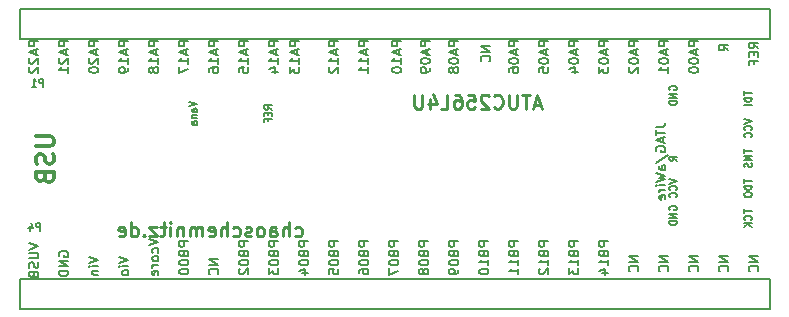
<source format=gbo>
G04 (created by PCBNEW (2013-03-31 BZR 4008)-stable) date 21.10.2013 14:27:09*
%MOIN*%
G04 Gerber Fmt 3.4, Leading zero omitted, Abs format*
%FSLAX34Y34*%
G01*
G70*
G90*
G04 APERTURE LIST*
%ADD10C,0.006*%
%ADD11C,0.00590551*%
%ADD12C,0.011811*%
%ADD13C,0.00787402*%
%ADD14C,0.00984252*%
%ADD15C,0.0059*%
%ADD16C,0.0062*%
G04 APERTURE END LIST*
G54D10*
G54D11*
X68895Y-45865D02*
X68783Y-45786D01*
X68895Y-45730D02*
X68659Y-45730D01*
X68659Y-45820D01*
X68670Y-45842D01*
X68681Y-45853D01*
X68704Y-45865D01*
X68738Y-45865D01*
X68760Y-45853D01*
X68771Y-45842D01*
X68783Y-45820D01*
X68783Y-45730D01*
X68771Y-45966D02*
X68771Y-46044D01*
X68895Y-46078D02*
X68895Y-45966D01*
X68659Y-45966D01*
X68659Y-46078D01*
X68771Y-46258D02*
X68771Y-46179D01*
X68895Y-46179D02*
X68659Y-46179D01*
X68659Y-46292D01*
X66159Y-45600D02*
X66395Y-45679D01*
X66159Y-45758D01*
X66395Y-45938D02*
X66271Y-45938D01*
X66249Y-45926D01*
X66238Y-45904D01*
X66238Y-45859D01*
X66249Y-45836D01*
X66384Y-45938D02*
X66395Y-45915D01*
X66395Y-45859D01*
X66384Y-45836D01*
X66361Y-45825D01*
X66339Y-45825D01*
X66316Y-45836D01*
X66305Y-45859D01*
X66305Y-45915D01*
X66294Y-45938D01*
X66238Y-46050D02*
X66395Y-46050D01*
X66260Y-46050D02*
X66249Y-46061D01*
X66238Y-46084D01*
X66238Y-46118D01*
X66249Y-46140D01*
X66271Y-46151D01*
X66395Y-46151D01*
X66395Y-46365D02*
X66271Y-46365D01*
X66249Y-46354D01*
X66238Y-46331D01*
X66238Y-46286D01*
X66249Y-46264D01*
X66384Y-46365D02*
X66395Y-46343D01*
X66395Y-46286D01*
X66384Y-46264D01*
X66361Y-46253D01*
X66339Y-46253D01*
X66316Y-46264D01*
X66305Y-46286D01*
X66305Y-46343D01*
X66294Y-46365D01*
G54D12*
X61048Y-46754D02*
X61526Y-46754D01*
X61582Y-46782D01*
X61610Y-46811D01*
X61639Y-46867D01*
X61639Y-46979D01*
X61610Y-47035D01*
X61582Y-47064D01*
X61526Y-47092D01*
X61048Y-47092D01*
X61610Y-47345D02*
X61639Y-47429D01*
X61639Y-47570D01*
X61610Y-47626D01*
X61582Y-47654D01*
X61526Y-47682D01*
X61470Y-47682D01*
X61414Y-47654D01*
X61385Y-47626D01*
X61357Y-47570D01*
X61329Y-47457D01*
X61301Y-47401D01*
X61273Y-47373D01*
X61217Y-47345D01*
X61160Y-47345D01*
X61104Y-47373D01*
X61076Y-47401D01*
X61048Y-47457D01*
X61048Y-47598D01*
X61076Y-47682D01*
X61329Y-48132D02*
X61357Y-48217D01*
X61385Y-48245D01*
X61442Y-48273D01*
X61526Y-48273D01*
X61582Y-48245D01*
X61610Y-48217D01*
X61639Y-48160D01*
X61639Y-47935D01*
X61048Y-47935D01*
X61048Y-48132D01*
X61076Y-48188D01*
X61104Y-48217D01*
X61160Y-48245D01*
X61217Y-48245D01*
X61273Y-48217D01*
X61301Y-48188D01*
X61329Y-48132D01*
X61329Y-47935D01*
G54D11*
X84659Y-49196D02*
X84659Y-49331D01*
X84895Y-49263D02*
X84659Y-49263D01*
X84873Y-49544D02*
X84884Y-49533D01*
X84895Y-49500D01*
X84895Y-49477D01*
X84884Y-49443D01*
X84861Y-49421D01*
X84839Y-49410D01*
X84794Y-49398D01*
X84760Y-49398D01*
X84715Y-49410D01*
X84693Y-49421D01*
X84670Y-49443D01*
X84659Y-49477D01*
X84659Y-49500D01*
X84670Y-49533D01*
X84681Y-49544D01*
X84895Y-49646D02*
X84659Y-49646D01*
X84895Y-49781D02*
X84760Y-49679D01*
X84659Y-49781D02*
X84794Y-49646D01*
X84659Y-48190D02*
X84659Y-48325D01*
X84895Y-48258D02*
X84659Y-48258D01*
X84895Y-48404D02*
X84659Y-48404D01*
X84659Y-48460D01*
X84670Y-48494D01*
X84693Y-48516D01*
X84715Y-48528D01*
X84760Y-48539D01*
X84794Y-48539D01*
X84839Y-48528D01*
X84861Y-48516D01*
X84884Y-48494D01*
X84895Y-48460D01*
X84895Y-48404D01*
X84659Y-48685D02*
X84659Y-48730D01*
X84670Y-48753D01*
X84693Y-48775D01*
X84738Y-48786D01*
X84816Y-48786D01*
X84861Y-48775D01*
X84884Y-48753D01*
X84895Y-48730D01*
X84895Y-48685D01*
X84884Y-48663D01*
X84861Y-48640D01*
X84816Y-48629D01*
X84738Y-48629D01*
X84693Y-48640D01*
X84670Y-48663D01*
X84659Y-48685D01*
X84659Y-47185D02*
X84659Y-47320D01*
X84895Y-47252D02*
X84659Y-47252D01*
X84895Y-47398D02*
X84659Y-47398D01*
X84828Y-47477D01*
X84659Y-47556D01*
X84895Y-47556D01*
X84884Y-47657D02*
X84895Y-47691D01*
X84895Y-47747D01*
X84884Y-47769D01*
X84873Y-47781D01*
X84850Y-47792D01*
X84828Y-47792D01*
X84805Y-47781D01*
X84794Y-47769D01*
X84783Y-47747D01*
X84771Y-47702D01*
X84760Y-47679D01*
X84749Y-47668D01*
X84726Y-47657D01*
X84704Y-47657D01*
X84681Y-47668D01*
X84670Y-47679D01*
X84659Y-47702D01*
X84659Y-47758D01*
X84670Y-47792D01*
X84659Y-46185D02*
X84895Y-46263D01*
X84659Y-46342D01*
X84873Y-46556D02*
X84884Y-46544D01*
X84895Y-46511D01*
X84895Y-46488D01*
X84884Y-46455D01*
X84861Y-46432D01*
X84839Y-46421D01*
X84794Y-46410D01*
X84760Y-46410D01*
X84715Y-46421D01*
X84693Y-46432D01*
X84670Y-46455D01*
X84659Y-46488D01*
X84659Y-46511D01*
X84670Y-46544D01*
X84681Y-46556D01*
X84873Y-46792D02*
X84884Y-46781D01*
X84895Y-46747D01*
X84895Y-46724D01*
X84884Y-46691D01*
X84861Y-46668D01*
X84839Y-46657D01*
X84794Y-46646D01*
X84760Y-46646D01*
X84715Y-46657D01*
X84693Y-46668D01*
X84670Y-46691D01*
X84659Y-46724D01*
X84659Y-46747D01*
X84670Y-46781D01*
X84681Y-46792D01*
X84659Y-45258D02*
X84659Y-45393D01*
X84895Y-45325D02*
X84659Y-45325D01*
X84895Y-45471D02*
X84659Y-45471D01*
X84659Y-45528D01*
X84670Y-45561D01*
X84693Y-45584D01*
X84715Y-45595D01*
X84760Y-45606D01*
X84794Y-45606D01*
X84839Y-45595D01*
X84861Y-45584D01*
X84884Y-45561D01*
X84895Y-45528D01*
X84895Y-45471D01*
X84895Y-45708D02*
X84659Y-45708D01*
X82170Y-45220D02*
X82159Y-45197D01*
X82159Y-45163D01*
X82170Y-45130D01*
X82193Y-45107D01*
X82215Y-45096D01*
X82260Y-45085D01*
X82294Y-45085D01*
X82339Y-45096D01*
X82361Y-45107D01*
X82384Y-45130D01*
X82395Y-45163D01*
X82395Y-45186D01*
X82384Y-45220D01*
X82373Y-45231D01*
X82294Y-45231D01*
X82294Y-45186D01*
X82395Y-45332D02*
X82159Y-45332D01*
X82395Y-45467D01*
X82159Y-45467D01*
X82395Y-45579D02*
X82159Y-45579D01*
X82159Y-45636D01*
X82170Y-45669D01*
X82193Y-45692D01*
X82215Y-45703D01*
X82260Y-45714D01*
X82294Y-45714D01*
X82339Y-45703D01*
X82361Y-45692D01*
X82384Y-45669D01*
X82395Y-45636D01*
X82395Y-45579D01*
X82170Y-49220D02*
X82159Y-49197D01*
X82159Y-49163D01*
X82170Y-49130D01*
X82193Y-49107D01*
X82215Y-49096D01*
X82260Y-49085D01*
X82294Y-49085D01*
X82339Y-49096D01*
X82361Y-49107D01*
X82384Y-49130D01*
X82395Y-49163D01*
X82395Y-49186D01*
X82384Y-49220D01*
X82373Y-49231D01*
X82294Y-49231D01*
X82294Y-49186D01*
X82395Y-49332D02*
X82159Y-49332D01*
X82395Y-49467D01*
X82159Y-49467D01*
X82395Y-49579D02*
X82159Y-49579D01*
X82159Y-49636D01*
X82170Y-49669D01*
X82193Y-49692D01*
X82215Y-49703D01*
X82260Y-49714D01*
X82294Y-49714D01*
X82339Y-49703D01*
X82361Y-49692D01*
X82384Y-49669D01*
X82395Y-49636D01*
X82395Y-49579D01*
X82159Y-48185D02*
X82395Y-48263D01*
X82159Y-48342D01*
X82373Y-48556D02*
X82384Y-48544D01*
X82395Y-48511D01*
X82395Y-48488D01*
X82384Y-48455D01*
X82361Y-48432D01*
X82339Y-48421D01*
X82294Y-48410D01*
X82260Y-48410D01*
X82215Y-48421D01*
X82193Y-48432D01*
X82170Y-48455D01*
X82159Y-48488D01*
X82159Y-48511D01*
X82170Y-48544D01*
X82181Y-48556D01*
X82373Y-48792D02*
X82384Y-48781D01*
X82395Y-48747D01*
X82395Y-48724D01*
X82384Y-48691D01*
X82361Y-48668D01*
X82339Y-48657D01*
X82294Y-48646D01*
X82260Y-48646D01*
X82215Y-48657D01*
X82193Y-48668D01*
X82170Y-48691D01*
X82159Y-48724D01*
X82159Y-48747D01*
X82170Y-48781D01*
X82181Y-48792D01*
X82395Y-47573D02*
X82283Y-47494D01*
X82395Y-47438D02*
X82159Y-47438D01*
X82159Y-47528D01*
X82170Y-47550D01*
X82181Y-47561D01*
X82204Y-47573D01*
X82238Y-47573D01*
X82260Y-47561D01*
X82271Y-47550D01*
X82283Y-47528D01*
X82283Y-47438D01*
G54D13*
X81712Y-46437D02*
X81937Y-46437D01*
X81982Y-46422D01*
X82012Y-46392D01*
X82027Y-46347D01*
X82027Y-46317D01*
X81712Y-46542D02*
X81712Y-46722D01*
X82027Y-46632D02*
X81712Y-46632D01*
X81937Y-46812D02*
X81937Y-46962D01*
X82027Y-46782D02*
X81712Y-46887D01*
X82027Y-46992D01*
X81727Y-47262D02*
X81712Y-47232D01*
X81712Y-47187D01*
X81727Y-47142D01*
X81757Y-47112D01*
X81787Y-47097D01*
X81847Y-47082D01*
X81892Y-47082D01*
X81952Y-47097D01*
X81982Y-47112D01*
X82012Y-47142D01*
X82027Y-47187D01*
X82027Y-47217D01*
X82012Y-47262D01*
X81997Y-47277D01*
X81892Y-47277D01*
X81892Y-47217D01*
X81697Y-47637D02*
X82102Y-47367D01*
X82027Y-47877D02*
X81862Y-47877D01*
X81832Y-47862D01*
X81817Y-47832D01*
X81817Y-47772D01*
X81832Y-47742D01*
X82012Y-47877D02*
X82027Y-47847D01*
X82027Y-47772D01*
X82012Y-47742D01*
X81982Y-47727D01*
X81952Y-47727D01*
X81922Y-47742D01*
X81907Y-47772D01*
X81907Y-47847D01*
X81892Y-47877D01*
X81712Y-47997D02*
X82027Y-48072D01*
X81802Y-48132D01*
X82027Y-48192D01*
X81712Y-48267D01*
X82027Y-48387D02*
X81817Y-48387D01*
X81712Y-48387D02*
X81727Y-48372D01*
X81742Y-48387D01*
X81727Y-48402D01*
X81712Y-48387D01*
X81742Y-48387D01*
X82027Y-48537D02*
X81817Y-48537D01*
X81877Y-48537D02*
X81847Y-48552D01*
X81832Y-48567D01*
X81817Y-48597D01*
X81817Y-48627D01*
X82012Y-48852D02*
X82027Y-48822D01*
X82027Y-48762D01*
X82012Y-48732D01*
X81982Y-48717D01*
X81862Y-48717D01*
X81832Y-48732D01*
X81817Y-48762D01*
X81817Y-48822D01*
X81832Y-48852D01*
X81862Y-48867D01*
X81892Y-48867D01*
X81922Y-48717D01*
G54D14*
X69684Y-50068D02*
X69729Y-50091D01*
X69819Y-50091D01*
X69864Y-50068D01*
X69887Y-50046D01*
X69909Y-50001D01*
X69909Y-49866D01*
X69887Y-49821D01*
X69864Y-49798D01*
X69819Y-49776D01*
X69729Y-49776D01*
X69684Y-49798D01*
X69482Y-50091D02*
X69482Y-49618D01*
X69279Y-50091D02*
X69279Y-49843D01*
X69302Y-49798D01*
X69347Y-49776D01*
X69414Y-49776D01*
X69459Y-49798D01*
X69482Y-49821D01*
X68852Y-50091D02*
X68852Y-49843D01*
X68874Y-49798D01*
X68919Y-49776D01*
X69009Y-49776D01*
X69054Y-49798D01*
X68852Y-50068D02*
X68897Y-50091D01*
X69009Y-50091D01*
X69054Y-50068D01*
X69077Y-50023D01*
X69077Y-49978D01*
X69054Y-49933D01*
X69009Y-49911D01*
X68897Y-49911D01*
X68852Y-49888D01*
X68559Y-50091D02*
X68604Y-50068D01*
X68627Y-50046D01*
X68649Y-50001D01*
X68649Y-49866D01*
X68627Y-49821D01*
X68604Y-49798D01*
X68559Y-49776D01*
X68492Y-49776D01*
X68447Y-49798D01*
X68424Y-49821D01*
X68402Y-49866D01*
X68402Y-50001D01*
X68424Y-50046D01*
X68447Y-50068D01*
X68492Y-50091D01*
X68559Y-50091D01*
X68222Y-50068D02*
X68177Y-50091D01*
X68087Y-50091D01*
X68042Y-50068D01*
X68019Y-50023D01*
X68019Y-50001D01*
X68042Y-49956D01*
X68087Y-49933D01*
X68154Y-49933D01*
X68199Y-49911D01*
X68222Y-49866D01*
X68222Y-49843D01*
X68199Y-49798D01*
X68154Y-49776D01*
X68087Y-49776D01*
X68042Y-49798D01*
X67614Y-50068D02*
X67659Y-50091D01*
X67749Y-50091D01*
X67794Y-50068D01*
X67817Y-50046D01*
X67839Y-50001D01*
X67839Y-49866D01*
X67817Y-49821D01*
X67794Y-49798D01*
X67749Y-49776D01*
X67659Y-49776D01*
X67614Y-49798D01*
X67412Y-50091D02*
X67412Y-49618D01*
X67209Y-50091D02*
X67209Y-49843D01*
X67232Y-49798D01*
X67277Y-49776D01*
X67344Y-49776D01*
X67389Y-49798D01*
X67412Y-49821D01*
X66805Y-50068D02*
X66850Y-50091D01*
X66939Y-50091D01*
X66984Y-50068D01*
X67007Y-50023D01*
X67007Y-49843D01*
X66984Y-49798D01*
X66939Y-49776D01*
X66850Y-49776D01*
X66805Y-49798D01*
X66782Y-49843D01*
X66782Y-49888D01*
X67007Y-49933D01*
X66580Y-50091D02*
X66580Y-49776D01*
X66580Y-49821D02*
X66557Y-49798D01*
X66512Y-49776D01*
X66445Y-49776D01*
X66400Y-49798D01*
X66377Y-49843D01*
X66377Y-50091D01*
X66377Y-49843D02*
X66355Y-49798D01*
X66310Y-49776D01*
X66242Y-49776D01*
X66197Y-49798D01*
X66175Y-49843D01*
X66175Y-50091D01*
X65950Y-49776D02*
X65950Y-50091D01*
X65950Y-49821D02*
X65927Y-49798D01*
X65882Y-49776D01*
X65815Y-49776D01*
X65770Y-49798D01*
X65747Y-49843D01*
X65747Y-50091D01*
X65522Y-50091D02*
X65522Y-49776D01*
X65522Y-49618D02*
X65545Y-49641D01*
X65522Y-49663D01*
X65500Y-49641D01*
X65522Y-49618D01*
X65522Y-49663D01*
X65365Y-49776D02*
X65185Y-49776D01*
X65297Y-49618D02*
X65297Y-50023D01*
X65275Y-50068D01*
X65230Y-50091D01*
X65185Y-50091D01*
X65072Y-49776D02*
X64825Y-49776D01*
X65072Y-50091D01*
X64825Y-50091D01*
X64645Y-50046D02*
X64622Y-50068D01*
X64645Y-50091D01*
X64667Y-50068D01*
X64645Y-50046D01*
X64645Y-50091D01*
X64217Y-50091D02*
X64217Y-49618D01*
X64217Y-50068D02*
X64262Y-50091D01*
X64352Y-50091D01*
X64397Y-50068D01*
X64420Y-50046D01*
X64442Y-50001D01*
X64442Y-49866D01*
X64420Y-49821D01*
X64397Y-49798D01*
X64352Y-49776D01*
X64262Y-49776D01*
X64217Y-49798D01*
X63812Y-50068D02*
X63857Y-50091D01*
X63947Y-50091D01*
X63992Y-50068D01*
X64015Y-50023D01*
X64015Y-49843D01*
X63992Y-49798D01*
X63947Y-49776D01*
X63857Y-49776D01*
X63812Y-49798D01*
X63790Y-49843D01*
X63790Y-49888D01*
X64015Y-49933D01*
X77864Y-45706D02*
X77639Y-45706D01*
X77909Y-45841D02*
X77752Y-45368D01*
X77594Y-45841D01*
X77504Y-45368D02*
X77234Y-45368D01*
X77369Y-45841D02*
X77369Y-45368D01*
X77077Y-45368D02*
X77077Y-45751D01*
X77054Y-45796D01*
X77032Y-45818D01*
X76987Y-45841D01*
X76897Y-45841D01*
X76852Y-45818D01*
X76829Y-45796D01*
X76807Y-45751D01*
X76807Y-45368D01*
X76312Y-45796D02*
X76334Y-45818D01*
X76402Y-45841D01*
X76447Y-45841D01*
X76514Y-45818D01*
X76559Y-45773D01*
X76582Y-45728D01*
X76604Y-45638D01*
X76604Y-45571D01*
X76582Y-45481D01*
X76559Y-45436D01*
X76514Y-45391D01*
X76447Y-45368D01*
X76402Y-45368D01*
X76334Y-45391D01*
X76312Y-45413D01*
X76132Y-45413D02*
X76109Y-45391D01*
X76064Y-45368D01*
X75952Y-45368D01*
X75907Y-45391D01*
X75884Y-45413D01*
X75862Y-45458D01*
X75862Y-45503D01*
X75884Y-45571D01*
X76154Y-45841D01*
X75862Y-45841D01*
X75435Y-45368D02*
X75660Y-45368D01*
X75682Y-45593D01*
X75660Y-45571D01*
X75615Y-45548D01*
X75502Y-45548D01*
X75457Y-45571D01*
X75435Y-45593D01*
X75412Y-45638D01*
X75412Y-45751D01*
X75435Y-45796D01*
X75457Y-45818D01*
X75502Y-45841D01*
X75615Y-45841D01*
X75660Y-45818D01*
X75682Y-45796D01*
X75007Y-45368D02*
X75097Y-45368D01*
X75142Y-45391D01*
X75165Y-45413D01*
X75210Y-45481D01*
X75232Y-45571D01*
X75232Y-45751D01*
X75210Y-45796D01*
X75187Y-45818D01*
X75142Y-45841D01*
X75052Y-45841D01*
X75007Y-45818D01*
X74985Y-45796D01*
X74962Y-45751D01*
X74962Y-45638D01*
X74985Y-45593D01*
X75007Y-45571D01*
X75052Y-45548D01*
X75142Y-45548D01*
X75187Y-45571D01*
X75210Y-45593D01*
X75232Y-45638D01*
X74535Y-45841D02*
X74760Y-45841D01*
X74760Y-45368D01*
X74175Y-45526D02*
X74175Y-45841D01*
X74287Y-45346D02*
X74400Y-45683D01*
X74107Y-45683D01*
X73927Y-45368D02*
X73927Y-45751D01*
X73905Y-45796D01*
X73882Y-45818D01*
X73837Y-45841D01*
X73747Y-45841D01*
X73702Y-45818D01*
X73680Y-45796D01*
X73657Y-45751D01*
X73657Y-45368D01*
G54D13*
X85127Y-43820D02*
X84977Y-43715D01*
X85127Y-43640D02*
X84812Y-43640D01*
X84812Y-43760D01*
X84827Y-43790D01*
X84842Y-43805D01*
X84872Y-43820D01*
X84917Y-43820D01*
X84947Y-43805D01*
X84962Y-43790D01*
X84977Y-43760D01*
X84977Y-43640D01*
X84962Y-43955D02*
X84962Y-44059D01*
X85127Y-44104D02*
X85127Y-43955D01*
X84812Y-43955D01*
X84812Y-44104D01*
X84962Y-44344D02*
X84962Y-44239D01*
X85127Y-44239D02*
X84812Y-44239D01*
X84812Y-44389D01*
X84127Y-43897D02*
X83977Y-43792D01*
X84127Y-43717D02*
X83812Y-43717D01*
X83812Y-43837D01*
X83827Y-43867D01*
X83842Y-43882D01*
X83872Y-43897D01*
X83917Y-43897D01*
X83947Y-43882D01*
X83962Y-43867D01*
X83977Y-43837D01*
X83977Y-43717D01*
X83127Y-43582D02*
X82812Y-43582D01*
X82812Y-43702D01*
X82827Y-43732D01*
X82842Y-43747D01*
X82872Y-43762D01*
X82917Y-43762D01*
X82947Y-43747D01*
X82962Y-43732D01*
X82977Y-43702D01*
X82977Y-43582D01*
X83037Y-43882D02*
X83037Y-44032D01*
X83127Y-43852D02*
X82812Y-43957D01*
X83127Y-44062D01*
X82812Y-44227D02*
X82812Y-44257D01*
X82827Y-44287D01*
X82842Y-44302D01*
X82872Y-44317D01*
X82932Y-44332D01*
X83007Y-44332D01*
X83067Y-44317D01*
X83097Y-44302D01*
X83112Y-44287D01*
X83127Y-44257D01*
X83127Y-44227D01*
X83112Y-44197D01*
X83097Y-44182D01*
X83067Y-44167D01*
X83007Y-44152D01*
X82932Y-44152D01*
X82872Y-44167D01*
X82842Y-44182D01*
X82827Y-44197D01*
X82812Y-44227D01*
X82812Y-44527D02*
X82812Y-44557D01*
X82827Y-44587D01*
X82842Y-44602D01*
X82872Y-44617D01*
X82932Y-44632D01*
X83007Y-44632D01*
X83067Y-44617D01*
X83097Y-44602D01*
X83112Y-44587D01*
X83127Y-44557D01*
X83127Y-44527D01*
X83112Y-44497D01*
X83097Y-44482D01*
X83067Y-44467D01*
X83007Y-44452D01*
X82932Y-44452D01*
X82872Y-44467D01*
X82842Y-44482D01*
X82827Y-44497D01*
X82812Y-44527D01*
X82127Y-43582D02*
X81812Y-43582D01*
X81812Y-43702D01*
X81827Y-43732D01*
X81842Y-43747D01*
X81872Y-43762D01*
X81917Y-43762D01*
X81947Y-43747D01*
X81962Y-43732D01*
X81977Y-43702D01*
X81977Y-43582D01*
X82037Y-43882D02*
X82037Y-44032D01*
X82127Y-43852D02*
X81812Y-43957D01*
X82127Y-44062D01*
X81812Y-44227D02*
X81812Y-44257D01*
X81827Y-44287D01*
X81842Y-44302D01*
X81872Y-44317D01*
X81932Y-44332D01*
X82007Y-44332D01*
X82067Y-44317D01*
X82097Y-44302D01*
X82112Y-44287D01*
X82127Y-44257D01*
X82127Y-44227D01*
X82112Y-44197D01*
X82097Y-44182D01*
X82067Y-44167D01*
X82007Y-44152D01*
X81932Y-44152D01*
X81872Y-44167D01*
X81842Y-44182D01*
X81827Y-44197D01*
X81812Y-44227D01*
X82127Y-44632D02*
X82127Y-44452D01*
X82127Y-44542D02*
X81812Y-44542D01*
X81857Y-44512D01*
X81887Y-44482D01*
X81902Y-44452D01*
X81127Y-43582D02*
X80812Y-43582D01*
X80812Y-43702D01*
X80827Y-43732D01*
X80842Y-43747D01*
X80872Y-43762D01*
X80917Y-43762D01*
X80947Y-43747D01*
X80962Y-43732D01*
X80977Y-43702D01*
X80977Y-43582D01*
X81037Y-43882D02*
X81037Y-44032D01*
X81127Y-43852D02*
X80812Y-43957D01*
X81127Y-44062D01*
X80812Y-44227D02*
X80812Y-44257D01*
X80827Y-44287D01*
X80842Y-44302D01*
X80872Y-44317D01*
X80932Y-44332D01*
X81007Y-44332D01*
X81067Y-44317D01*
X81097Y-44302D01*
X81112Y-44287D01*
X81127Y-44257D01*
X81127Y-44227D01*
X81112Y-44197D01*
X81097Y-44182D01*
X81067Y-44167D01*
X81007Y-44152D01*
X80932Y-44152D01*
X80872Y-44167D01*
X80842Y-44182D01*
X80827Y-44197D01*
X80812Y-44227D01*
X80842Y-44452D02*
X80827Y-44467D01*
X80812Y-44497D01*
X80812Y-44572D01*
X80827Y-44602D01*
X80842Y-44617D01*
X80872Y-44632D01*
X80902Y-44632D01*
X80947Y-44617D01*
X81127Y-44437D01*
X81127Y-44632D01*
X80127Y-43582D02*
X79812Y-43582D01*
X79812Y-43702D01*
X79827Y-43732D01*
X79842Y-43747D01*
X79872Y-43762D01*
X79917Y-43762D01*
X79947Y-43747D01*
X79962Y-43732D01*
X79977Y-43702D01*
X79977Y-43582D01*
X80037Y-43882D02*
X80037Y-44032D01*
X80127Y-43852D02*
X79812Y-43957D01*
X80127Y-44062D01*
X79812Y-44227D02*
X79812Y-44257D01*
X79827Y-44287D01*
X79842Y-44302D01*
X79872Y-44317D01*
X79932Y-44332D01*
X80007Y-44332D01*
X80067Y-44317D01*
X80097Y-44302D01*
X80112Y-44287D01*
X80127Y-44257D01*
X80127Y-44227D01*
X80112Y-44197D01*
X80097Y-44182D01*
X80067Y-44167D01*
X80007Y-44152D01*
X79932Y-44152D01*
X79872Y-44167D01*
X79842Y-44182D01*
X79827Y-44197D01*
X79812Y-44227D01*
X79812Y-44437D02*
X79812Y-44632D01*
X79932Y-44527D01*
X79932Y-44572D01*
X79947Y-44602D01*
X79962Y-44617D01*
X79992Y-44632D01*
X80067Y-44632D01*
X80097Y-44617D01*
X80112Y-44602D01*
X80127Y-44572D01*
X80127Y-44482D01*
X80112Y-44452D01*
X80097Y-44437D01*
X79127Y-43582D02*
X78812Y-43582D01*
X78812Y-43702D01*
X78827Y-43732D01*
X78842Y-43747D01*
X78872Y-43762D01*
X78917Y-43762D01*
X78947Y-43747D01*
X78962Y-43732D01*
X78977Y-43702D01*
X78977Y-43582D01*
X79037Y-43882D02*
X79037Y-44032D01*
X79127Y-43852D02*
X78812Y-43957D01*
X79127Y-44062D01*
X78812Y-44227D02*
X78812Y-44257D01*
X78827Y-44287D01*
X78842Y-44302D01*
X78872Y-44317D01*
X78932Y-44332D01*
X79007Y-44332D01*
X79067Y-44317D01*
X79097Y-44302D01*
X79112Y-44287D01*
X79127Y-44257D01*
X79127Y-44227D01*
X79112Y-44197D01*
X79097Y-44182D01*
X79067Y-44167D01*
X79007Y-44152D01*
X78932Y-44152D01*
X78872Y-44167D01*
X78842Y-44182D01*
X78827Y-44197D01*
X78812Y-44227D01*
X78917Y-44602D02*
X79127Y-44602D01*
X78797Y-44527D02*
X79022Y-44452D01*
X79022Y-44647D01*
X78127Y-43582D02*
X77812Y-43582D01*
X77812Y-43702D01*
X77827Y-43732D01*
X77842Y-43747D01*
X77872Y-43762D01*
X77917Y-43762D01*
X77947Y-43747D01*
X77962Y-43732D01*
X77977Y-43702D01*
X77977Y-43582D01*
X78037Y-43882D02*
X78037Y-44032D01*
X78127Y-43852D02*
X77812Y-43957D01*
X78127Y-44062D01*
X77812Y-44227D02*
X77812Y-44257D01*
X77827Y-44287D01*
X77842Y-44302D01*
X77872Y-44317D01*
X77932Y-44332D01*
X78007Y-44332D01*
X78067Y-44317D01*
X78097Y-44302D01*
X78112Y-44287D01*
X78127Y-44257D01*
X78127Y-44227D01*
X78112Y-44197D01*
X78097Y-44182D01*
X78067Y-44167D01*
X78007Y-44152D01*
X77932Y-44152D01*
X77872Y-44167D01*
X77842Y-44182D01*
X77827Y-44197D01*
X77812Y-44227D01*
X77812Y-44617D02*
X77812Y-44467D01*
X77962Y-44452D01*
X77947Y-44467D01*
X77932Y-44497D01*
X77932Y-44572D01*
X77947Y-44602D01*
X77962Y-44617D01*
X77992Y-44632D01*
X78067Y-44632D01*
X78097Y-44617D01*
X78112Y-44602D01*
X78127Y-44572D01*
X78127Y-44497D01*
X78112Y-44467D01*
X78097Y-44452D01*
X77127Y-43582D02*
X76812Y-43582D01*
X76812Y-43702D01*
X76827Y-43732D01*
X76842Y-43747D01*
X76872Y-43762D01*
X76917Y-43762D01*
X76947Y-43747D01*
X76962Y-43732D01*
X76977Y-43702D01*
X76977Y-43582D01*
X77037Y-43882D02*
X77037Y-44032D01*
X77127Y-43852D02*
X76812Y-43957D01*
X77127Y-44062D01*
X76812Y-44227D02*
X76812Y-44257D01*
X76827Y-44287D01*
X76842Y-44302D01*
X76872Y-44317D01*
X76932Y-44332D01*
X77007Y-44332D01*
X77067Y-44317D01*
X77097Y-44302D01*
X77112Y-44287D01*
X77127Y-44257D01*
X77127Y-44227D01*
X77112Y-44197D01*
X77097Y-44182D01*
X77067Y-44167D01*
X77007Y-44152D01*
X76932Y-44152D01*
X76872Y-44167D01*
X76842Y-44182D01*
X76827Y-44197D01*
X76812Y-44227D01*
X76812Y-44602D02*
X76812Y-44542D01*
X76827Y-44512D01*
X76842Y-44497D01*
X76887Y-44467D01*
X76947Y-44452D01*
X77067Y-44452D01*
X77097Y-44467D01*
X77112Y-44482D01*
X77127Y-44512D01*
X77127Y-44572D01*
X77112Y-44602D01*
X77097Y-44617D01*
X77067Y-44632D01*
X76992Y-44632D01*
X76962Y-44617D01*
X76947Y-44602D01*
X76932Y-44572D01*
X76932Y-44512D01*
X76947Y-44482D01*
X76962Y-44467D01*
X76992Y-44452D01*
X76177Y-43752D02*
X75862Y-43752D01*
X76177Y-43932D01*
X75862Y-43932D01*
X76147Y-44262D02*
X76162Y-44247D01*
X76177Y-44202D01*
X76177Y-44172D01*
X76162Y-44127D01*
X76132Y-44097D01*
X76102Y-44082D01*
X76042Y-44067D01*
X75997Y-44067D01*
X75937Y-44082D01*
X75907Y-44097D01*
X75877Y-44127D01*
X75862Y-44172D01*
X75862Y-44202D01*
X75877Y-44247D01*
X75892Y-44262D01*
X75127Y-43582D02*
X74812Y-43582D01*
X74812Y-43702D01*
X74827Y-43732D01*
X74842Y-43747D01*
X74872Y-43762D01*
X74917Y-43762D01*
X74947Y-43747D01*
X74962Y-43732D01*
X74977Y-43702D01*
X74977Y-43582D01*
X75037Y-43882D02*
X75037Y-44032D01*
X75127Y-43852D02*
X74812Y-43957D01*
X75127Y-44062D01*
X74812Y-44227D02*
X74812Y-44257D01*
X74827Y-44287D01*
X74842Y-44302D01*
X74872Y-44317D01*
X74932Y-44332D01*
X75007Y-44332D01*
X75067Y-44317D01*
X75097Y-44302D01*
X75112Y-44287D01*
X75127Y-44257D01*
X75127Y-44227D01*
X75112Y-44197D01*
X75097Y-44182D01*
X75067Y-44167D01*
X75007Y-44152D01*
X74932Y-44152D01*
X74872Y-44167D01*
X74842Y-44182D01*
X74827Y-44197D01*
X74812Y-44227D01*
X74947Y-44512D02*
X74932Y-44482D01*
X74917Y-44467D01*
X74887Y-44452D01*
X74872Y-44452D01*
X74842Y-44467D01*
X74827Y-44482D01*
X74812Y-44512D01*
X74812Y-44572D01*
X74827Y-44602D01*
X74842Y-44617D01*
X74872Y-44632D01*
X74887Y-44632D01*
X74917Y-44617D01*
X74932Y-44602D01*
X74947Y-44572D01*
X74947Y-44512D01*
X74962Y-44482D01*
X74977Y-44467D01*
X75007Y-44452D01*
X75067Y-44452D01*
X75097Y-44467D01*
X75112Y-44482D01*
X75127Y-44512D01*
X75127Y-44572D01*
X75112Y-44602D01*
X75097Y-44617D01*
X75067Y-44632D01*
X75007Y-44632D01*
X74977Y-44617D01*
X74962Y-44602D01*
X74947Y-44572D01*
X74177Y-43582D02*
X73862Y-43582D01*
X73862Y-43702D01*
X73877Y-43732D01*
X73892Y-43747D01*
X73922Y-43762D01*
X73967Y-43762D01*
X73997Y-43747D01*
X74012Y-43732D01*
X74027Y-43702D01*
X74027Y-43582D01*
X74087Y-43882D02*
X74087Y-44032D01*
X74177Y-43852D02*
X73862Y-43957D01*
X74177Y-44062D01*
X73862Y-44227D02*
X73862Y-44257D01*
X73877Y-44287D01*
X73892Y-44302D01*
X73922Y-44317D01*
X73982Y-44332D01*
X74057Y-44332D01*
X74117Y-44317D01*
X74147Y-44302D01*
X74162Y-44287D01*
X74177Y-44257D01*
X74177Y-44227D01*
X74162Y-44197D01*
X74147Y-44182D01*
X74117Y-44167D01*
X74057Y-44152D01*
X73982Y-44152D01*
X73922Y-44167D01*
X73892Y-44182D01*
X73877Y-44197D01*
X73862Y-44227D01*
X74177Y-44482D02*
X74177Y-44542D01*
X74162Y-44572D01*
X74147Y-44587D01*
X74102Y-44617D01*
X74042Y-44632D01*
X73922Y-44632D01*
X73892Y-44617D01*
X73877Y-44602D01*
X73862Y-44572D01*
X73862Y-44512D01*
X73877Y-44482D01*
X73892Y-44467D01*
X73922Y-44452D01*
X73997Y-44452D01*
X74027Y-44467D01*
X74042Y-44482D01*
X74057Y-44512D01*
X74057Y-44572D01*
X74042Y-44602D01*
X74027Y-44617D01*
X73997Y-44632D01*
X73227Y-43582D02*
X72912Y-43582D01*
X72912Y-43702D01*
X72927Y-43732D01*
X72942Y-43747D01*
X72972Y-43762D01*
X73017Y-43762D01*
X73047Y-43747D01*
X73062Y-43732D01*
X73077Y-43702D01*
X73077Y-43582D01*
X73137Y-43882D02*
X73137Y-44032D01*
X73227Y-43852D02*
X72912Y-43957D01*
X73227Y-44062D01*
X73227Y-44332D02*
X73227Y-44152D01*
X73227Y-44242D02*
X72912Y-44242D01*
X72957Y-44212D01*
X72987Y-44182D01*
X73002Y-44152D01*
X72912Y-44527D02*
X72912Y-44557D01*
X72927Y-44587D01*
X72942Y-44602D01*
X72972Y-44617D01*
X73032Y-44632D01*
X73107Y-44632D01*
X73167Y-44617D01*
X73197Y-44602D01*
X73212Y-44587D01*
X73227Y-44557D01*
X73227Y-44527D01*
X73212Y-44497D01*
X73197Y-44482D01*
X73167Y-44467D01*
X73107Y-44452D01*
X73032Y-44452D01*
X72972Y-44467D01*
X72942Y-44482D01*
X72927Y-44497D01*
X72912Y-44527D01*
X72127Y-43582D02*
X71812Y-43582D01*
X71812Y-43702D01*
X71827Y-43732D01*
X71842Y-43747D01*
X71872Y-43762D01*
X71917Y-43762D01*
X71947Y-43747D01*
X71962Y-43732D01*
X71977Y-43702D01*
X71977Y-43582D01*
X72037Y-43882D02*
X72037Y-44032D01*
X72127Y-43852D02*
X71812Y-43957D01*
X72127Y-44062D01*
X72127Y-44332D02*
X72127Y-44152D01*
X72127Y-44242D02*
X71812Y-44242D01*
X71857Y-44212D01*
X71887Y-44182D01*
X71902Y-44152D01*
X72127Y-44632D02*
X72127Y-44452D01*
X72127Y-44542D02*
X71812Y-44542D01*
X71857Y-44512D01*
X71887Y-44482D01*
X71902Y-44452D01*
X71127Y-43582D02*
X70812Y-43582D01*
X70812Y-43702D01*
X70827Y-43732D01*
X70842Y-43747D01*
X70872Y-43762D01*
X70917Y-43762D01*
X70947Y-43747D01*
X70962Y-43732D01*
X70977Y-43702D01*
X70977Y-43582D01*
X71037Y-43882D02*
X71037Y-44032D01*
X71127Y-43852D02*
X70812Y-43957D01*
X71127Y-44062D01*
X71127Y-44332D02*
X71127Y-44152D01*
X71127Y-44242D02*
X70812Y-44242D01*
X70857Y-44212D01*
X70887Y-44182D01*
X70902Y-44152D01*
X70842Y-44452D02*
X70827Y-44467D01*
X70812Y-44497D01*
X70812Y-44572D01*
X70827Y-44602D01*
X70842Y-44617D01*
X70872Y-44632D01*
X70902Y-44632D01*
X70947Y-44617D01*
X71127Y-44437D01*
X71127Y-44632D01*
X69827Y-43582D02*
X69512Y-43582D01*
X69512Y-43702D01*
X69527Y-43732D01*
X69542Y-43747D01*
X69572Y-43762D01*
X69617Y-43762D01*
X69647Y-43747D01*
X69662Y-43732D01*
X69677Y-43702D01*
X69677Y-43582D01*
X69737Y-43882D02*
X69737Y-44032D01*
X69827Y-43852D02*
X69512Y-43957D01*
X69827Y-44062D01*
X69827Y-44332D02*
X69827Y-44152D01*
X69827Y-44242D02*
X69512Y-44242D01*
X69557Y-44212D01*
X69587Y-44182D01*
X69602Y-44152D01*
X69512Y-44437D02*
X69512Y-44632D01*
X69632Y-44527D01*
X69632Y-44572D01*
X69647Y-44602D01*
X69662Y-44617D01*
X69692Y-44632D01*
X69767Y-44632D01*
X69797Y-44617D01*
X69812Y-44602D01*
X69827Y-44572D01*
X69827Y-44482D01*
X69812Y-44452D01*
X69797Y-44437D01*
X69127Y-43582D02*
X68812Y-43582D01*
X68812Y-43702D01*
X68827Y-43732D01*
X68842Y-43747D01*
X68872Y-43762D01*
X68917Y-43762D01*
X68947Y-43747D01*
X68962Y-43732D01*
X68977Y-43702D01*
X68977Y-43582D01*
X69037Y-43882D02*
X69037Y-44032D01*
X69127Y-43852D02*
X68812Y-43957D01*
X69127Y-44062D01*
X69127Y-44332D02*
X69127Y-44152D01*
X69127Y-44242D02*
X68812Y-44242D01*
X68857Y-44212D01*
X68887Y-44182D01*
X68902Y-44152D01*
X68917Y-44602D02*
X69127Y-44602D01*
X68797Y-44527D02*
X69022Y-44452D01*
X69022Y-44647D01*
X68127Y-43582D02*
X67812Y-43582D01*
X67812Y-43702D01*
X67827Y-43732D01*
X67842Y-43747D01*
X67872Y-43762D01*
X67917Y-43762D01*
X67947Y-43747D01*
X67962Y-43732D01*
X67977Y-43702D01*
X67977Y-43582D01*
X68037Y-43882D02*
X68037Y-44032D01*
X68127Y-43852D02*
X67812Y-43957D01*
X68127Y-44062D01*
X68127Y-44332D02*
X68127Y-44152D01*
X68127Y-44242D02*
X67812Y-44242D01*
X67857Y-44212D01*
X67887Y-44182D01*
X67902Y-44152D01*
X67812Y-44617D02*
X67812Y-44467D01*
X67962Y-44452D01*
X67947Y-44467D01*
X67932Y-44497D01*
X67932Y-44572D01*
X67947Y-44602D01*
X67962Y-44617D01*
X67992Y-44632D01*
X68067Y-44632D01*
X68097Y-44617D01*
X68112Y-44602D01*
X68127Y-44572D01*
X68127Y-44497D01*
X68112Y-44467D01*
X68097Y-44452D01*
X67127Y-43582D02*
X66812Y-43582D01*
X66812Y-43702D01*
X66827Y-43732D01*
X66842Y-43747D01*
X66872Y-43762D01*
X66917Y-43762D01*
X66947Y-43747D01*
X66962Y-43732D01*
X66977Y-43702D01*
X66977Y-43582D01*
X67037Y-43882D02*
X67037Y-44032D01*
X67127Y-43852D02*
X66812Y-43957D01*
X67127Y-44062D01*
X67127Y-44332D02*
X67127Y-44152D01*
X67127Y-44242D02*
X66812Y-44242D01*
X66857Y-44212D01*
X66887Y-44182D01*
X66902Y-44152D01*
X66812Y-44602D02*
X66812Y-44542D01*
X66827Y-44512D01*
X66842Y-44497D01*
X66887Y-44467D01*
X66947Y-44452D01*
X67067Y-44452D01*
X67097Y-44467D01*
X67112Y-44482D01*
X67127Y-44512D01*
X67127Y-44572D01*
X67112Y-44602D01*
X67097Y-44617D01*
X67067Y-44632D01*
X66992Y-44632D01*
X66962Y-44617D01*
X66947Y-44602D01*
X66932Y-44572D01*
X66932Y-44512D01*
X66947Y-44482D01*
X66962Y-44467D01*
X66992Y-44452D01*
X66127Y-43582D02*
X65812Y-43582D01*
X65812Y-43702D01*
X65827Y-43732D01*
X65842Y-43747D01*
X65872Y-43762D01*
X65917Y-43762D01*
X65947Y-43747D01*
X65962Y-43732D01*
X65977Y-43702D01*
X65977Y-43582D01*
X66037Y-43882D02*
X66037Y-44032D01*
X66127Y-43852D02*
X65812Y-43957D01*
X66127Y-44062D01*
X66127Y-44332D02*
X66127Y-44152D01*
X66127Y-44242D02*
X65812Y-44242D01*
X65857Y-44212D01*
X65887Y-44182D01*
X65902Y-44152D01*
X65812Y-44437D02*
X65812Y-44647D01*
X66127Y-44512D01*
X65127Y-43582D02*
X64812Y-43582D01*
X64812Y-43702D01*
X64827Y-43732D01*
X64842Y-43747D01*
X64872Y-43762D01*
X64917Y-43762D01*
X64947Y-43747D01*
X64962Y-43732D01*
X64977Y-43702D01*
X64977Y-43582D01*
X65037Y-43882D02*
X65037Y-44032D01*
X65127Y-43852D02*
X64812Y-43957D01*
X65127Y-44062D01*
X65127Y-44332D02*
X65127Y-44152D01*
X65127Y-44242D02*
X64812Y-44242D01*
X64857Y-44212D01*
X64887Y-44182D01*
X64902Y-44152D01*
X64947Y-44512D02*
X64932Y-44482D01*
X64917Y-44467D01*
X64887Y-44452D01*
X64872Y-44452D01*
X64842Y-44467D01*
X64827Y-44482D01*
X64812Y-44512D01*
X64812Y-44572D01*
X64827Y-44602D01*
X64842Y-44617D01*
X64872Y-44632D01*
X64887Y-44632D01*
X64917Y-44617D01*
X64932Y-44602D01*
X64947Y-44572D01*
X64947Y-44512D01*
X64962Y-44482D01*
X64977Y-44467D01*
X65007Y-44452D01*
X65067Y-44452D01*
X65097Y-44467D01*
X65112Y-44482D01*
X65127Y-44512D01*
X65127Y-44572D01*
X65112Y-44602D01*
X65097Y-44617D01*
X65067Y-44632D01*
X65007Y-44632D01*
X64977Y-44617D01*
X64962Y-44602D01*
X64947Y-44572D01*
X64127Y-43582D02*
X63812Y-43582D01*
X63812Y-43702D01*
X63827Y-43732D01*
X63842Y-43747D01*
X63872Y-43762D01*
X63917Y-43762D01*
X63947Y-43747D01*
X63962Y-43732D01*
X63977Y-43702D01*
X63977Y-43582D01*
X64037Y-43882D02*
X64037Y-44032D01*
X64127Y-43852D02*
X63812Y-43957D01*
X64127Y-44062D01*
X64127Y-44332D02*
X64127Y-44152D01*
X64127Y-44242D02*
X63812Y-44242D01*
X63857Y-44212D01*
X63887Y-44182D01*
X63902Y-44152D01*
X64127Y-44482D02*
X64127Y-44542D01*
X64112Y-44572D01*
X64097Y-44587D01*
X64052Y-44617D01*
X63992Y-44632D01*
X63872Y-44632D01*
X63842Y-44617D01*
X63827Y-44602D01*
X63812Y-44572D01*
X63812Y-44512D01*
X63827Y-44482D01*
X63842Y-44467D01*
X63872Y-44452D01*
X63947Y-44452D01*
X63977Y-44467D01*
X63992Y-44482D01*
X64007Y-44512D01*
X64007Y-44572D01*
X63992Y-44602D01*
X63977Y-44617D01*
X63947Y-44632D01*
X63127Y-43582D02*
X62812Y-43582D01*
X62812Y-43702D01*
X62827Y-43732D01*
X62842Y-43747D01*
X62872Y-43762D01*
X62917Y-43762D01*
X62947Y-43747D01*
X62962Y-43732D01*
X62977Y-43702D01*
X62977Y-43582D01*
X63037Y-43882D02*
X63037Y-44032D01*
X63127Y-43852D02*
X62812Y-43957D01*
X63127Y-44062D01*
X62842Y-44152D02*
X62827Y-44167D01*
X62812Y-44197D01*
X62812Y-44272D01*
X62827Y-44302D01*
X62842Y-44317D01*
X62872Y-44332D01*
X62902Y-44332D01*
X62947Y-44317D01*
X63127Y-44137D01*
X63127Y-44332D01*
X62812Y-44527D02*
X62812Y-44557D01*
X62827Y-44587D01*
X62842Y-44602D01*
X62872Y-44617D01*
X62932Y-44632D01*
X63007Y-44632D01*
X63067Y-44617D01*
X63097Y-44602D01*
X63112Y-44587D01*
X63127Y-44557D01*
X63127Y-44527D01*
X63112Y-44497D01*
X63097Y-44482D01*
X63067Y-44467D01*
X63007Y-44452D01*
X62932Y-44452D01*
X62872Y-44467D01*
X62842Y-44482D01*
X62827Y-44497D01*
X62812Y-44527D01*
X62127Y-43582D02*
X61812Y-43582D01*
X61812Y-43702D01*
X61827Y-43732D01*
X61842Y-43747D01*
X61872Y-43762D01*
X61917Y-43762D01*
X61947Y-43747D01*
X61962Y-43732D01*
X61977Y-43702D01*
X61977Y-43582D01*
X62037Y-43882D02*
X62037Y-44032D01*
X62127Y-43852D02*
X61812Y-43957D01*
X62127Y-44062D01*
X61842Y-44152D02*
X61827Y-44167D01*
X61812Y-44197D01*
X61812Y-44272D01*
X61827Y-44302D01*
X61842Y-44317D01*
X61872Y-44332D01*
X61902Y-44332D01*
X61947Y-44317D01*
X62127Y-44137D01*
X62127Y-44332D01*
X62127Y-44632D02*
X62127Y-44452D01*
X62127Y-44542D02*
X61812Y-44542D01*
X61857Y-44512D01*
X61887Y-44482D01*
X61902Y-44452D01*
X61127Y-43582D02*
X60812Y-43582D01*
X60812Y-43702D01*
X60827Y-43732D01*
X60842Y-43747D01*
X60872Y-43762D01*
X60917Y-43762D01*
X60947Y-43747D01*
X60962Y-43732D01*
X60977Y-43702D01*
X60977Y-43582D01*
X61037Y-43882D02*
X61037Y-44032D01*
X61127Y-43852D02*
X60812Y-43957D01*
X61127Y-44062D01*
X60842Y-44152D02*
X60827Y-44167D01*
X60812Y-44197D01*
X60812Y-44272D01*
X60827Y-44302D01*
X60842Y-44317D01*
X60872Y-44332D01*
X60902Y-44332D01*
X60947Y-44317D01*
X61127Y-44137D01*
X61127Y-44332D01*
X60842Y-44452D02*
X60827Y-44467D01*
X60812Y-44497D01*
X60812Y-44572D01*
X60827Y-44602D01*
X60842Y-44617D01*
X60872Y-44632D01*
X60902Y-44632D01*
X60947Y-44617D01*
X61127Y-44437D01*
X61127Y-44632D01*
X85127Y-50752D02*
X84812Y-50752D01*
X85127Y-50932D01*
X84812Y-50932D01*
X85097Y-51262D02*
X85112Y-51247D01*
X85127Y-51202D01*
X85127Y-51172D01*
X85112Y-51127D01*
X85082Y-51097D01*
X85052Y-51082D01*
X84992Y-51067D01*
X84947Y-51067D01*
X84887Y-51082D01*
X84857Y-51097D01*
X84827Y-51127D01*
X84812Y-51172D01*
X84812Y-51202D01*
X84827Y-51247D01*
X84842Y-51262D01*
X84127Y-50752D02*
X83812Y-50752D01*
X84127Y-50932D01*
X83812Y-50932D01*
X84097Y-51262D02*
X84112Y-51247D01*
X84127Y-51202D01*
X84127Y-51172D01*
X84112Y-51127D01*
X84082Y-51097D01*
X84052Y-51082D01*
X83992Y-51067D01*
X83947Y-51067D01*
X83887Y-51082D01*
X83857Y-51097D01*
X83827Y-51127D01*
X83812Y-51172D01*
X83812Y-51202D01*
X83827Y-51247D01*
X83842Y-51262D01*
X83127Y-50752D02*
X82812Y-50752D01*
X83127Y-50932D01*
X82812Y-50932D01*
X83097Y-51262D02*
X83112Y-51247D01*
X83127Y-51202D01*
X83127Y-51172D01*
X83112Y-51127D01*
X83082Y-51097D01*
X83052Y-51082D01*
X82992Y-51067D01*
X82947Y-51067D01*
X82887Y-51082D01*
X82857Y-51097D01*
X82827Y-51127D01*
X82812Y-51172D01*
X82812Y-51202D01*
X82827Y-51247D01*
X82842Y-51262D01*
X82127Y-50752D02*
X81812Y-50752D01*
X82127Y-50932D01*
X81812Y-50932D01*
X82097Y-51262D02*
X82112Y-51247D01*
X82127Y-51202D01*
X82127Y-51172D01*
X82112Y-51127D01*
X82082Y-51097D01*
X82052Y-51082D01*
X81992Y-51067D01*
X81947Y-51067D01*
X81887Y-51082D01*
X81857Y-51097D01*
X81827Y-51127D01*
X81812Y-51172D01*
X81812Y-51202D01*
X81827Y-51247D01*
X81842Y-51262D01*
X81127Y-50752D02*
X80812Y-50752D01*
X81127Y-50932D01*
X80812Y-50932D01*
X81097Y-51262D02*
X81112Y-51247D01*
X81127Y-51202D01*
X81127Y-51172D01*
X81112Y-51127D01*
X81082Y-51097D01*
X81052Y-51082D01*
X80992Y-51067D01*
X80947Y-51067D01*
X80887Y-51082D01*
X80857Y-51097D01*
X80827Y-51127D01*
X80812Y-51172D01*
X80812Y-51202D01*
X80827Y-51247D01*
X80842Y-51262D01*
X80127Y-50260D02*
X79812Y-50260D01*
X79812Y-50380D01*
X79827Y-50410D01*
X79842Y-50425D01*
X79872Y-50440D01*
X79917Y-50440D01*
X79947Y-50425D01*
X79962Y-50410D01*
X79977Y-50380D01*
X79977Y-50260D01*
X79962Y-50680D02*
X79977Y-50725D01*
X79992Y-50740D01*
X80022Y-50755D01*
X80067Y-50755D01*
X80097Y-50740D01*
X80112Y-50725D01*
X80127Y-50695D01*
X80127Y-50575D01*
X79812Y-50575D01*
X79812Y-50680D01*
X79827Y-50710D01*
X79842Y-50725D01*
X79872Y-50740D01*
X79902Y-50740D01*
X79932Y-50725D01*
X79947Y-50710D01*
X79962Y-50680D01*
X79962Y-50575D01*
X80127Y-51054D02*
X80127Y-50874D01*
X80127Y-50964D02*
X79812Y-50964D01*
X79857Y-50934D01*
X79887Y-50904D01*
X79902Y-50874D01*
X79917Y-51324D02*
X80127Y-51324D01*
X79797Y-51249D02*
X80022Y-51174D01*
X80022Y-51369D01*
X79127Y-50260D02*
X78812Y-50260D01*
X78812Y-50380D01*
X78827Y-50410D01*
X78842Y-50425D01*
X78872Y-50440D01*
X78917Y-50440D01*
X78947Y-50425D01*
X78962Y-50410D01*
X78977Y-50380D01*
X78977Y-50260D01*
X78962Y-50680D02*
X78977Y-50725D01*
X78992Y-50740D01*
X79022Y-50755D01*
X79067Y-50755D01*
X79097Y-50740D01*
X79112Y-50725D01*
X79127Y-50695D01*
X79127Y-50575D01*
X78812Y-50575D01*
X78812Y-50680D01*
X78827Y-50710D01*
X78842Y-50725D01*
X78872Y-50740D01*
X78902Y-50740D01*
X78932Y-50725D01*
X78947Y-50710D01*
X78962Y-50680D01*
X78962Y-50575D01*
X79127Y-51054D02*
X79127Y-50874D01*
X79127Y-50964D02*
X78812Y-50964D01*
X78857Y-50934D01*
X78887Y-50904D01*
X78902Y-50874D01*
X78812Y-51159D02*
X78812Y-51354D01*
X78932Y-51249D01*
X78932Y-51294D01*
X78947Y-51324D01*
X78962Y-51339D01*
X78992Y-51354D01*
X79067Y-51354D01*
X79097Y-51339D01*
X79112Y-51324D01*
X79127Y-51294D01*
X79127Y-51204D01*
X79112Y-51174D01*
X79097Y-51159D01*
X78127Y-50260D02*
X77812Y-50260D01*
X77812Y-50380D01*
X77827Y-50410D01*
X77842Y-50425D01*
X77872Y-50440D01*
X77917Y-50440D01*
X77947Y-50425D01*
X77962Y-50410D01*
X77977Y-50380D01*
X77977Y-50260D01*
X77962Y-50680D02*
X77977Y-50725D01*
X77992Y-50740D01*
X78022Y-50755D01*
X78067Y-50755D01*
X78097Y-50740D01*
X78112Y-50725D01*
X78127Y-50695D01*
X78127Y-50575D01*
X77812Y-50575D01*
X77812Y-50680D01*
X77827Y-50710D01*
X77842Y-50725D01*
X77872Y-50740D01*
X77902Y-50740D01*
X77932Y-50725D01*
X77947Y-50710D01*
X77962Y-50680D01*
X77962Y-50575D01*
X78127Y-51054D02*
X78127Y-50874D01*
X78127Y-50964D02*
X77812Y-50964D01*
X77857Y-50934D01*
X77887Y-50904D01*
X77902Y-50874D01*
X77842Y-51174D02*
X77827Y-51189D01*
X77812Y-51219D01*
X77812Y-51294D01*
X77827Y-51324D01*
X77842Y-51339D01*
X77872Y-51354D01*
X77902Y-51354D01*
X77947Y-51339D01*
X78127Y-51159D01*
X78127Y-51354D01*
X77127Y-50260D02*
X76812Y-50260D01*
X76812Y-50380D01*
X76827Y-50410D01*
X76842Y-50425D01*
X76872Y-50440D01*
X76917Y-50440D01*
X76947Y-50425D01*
X76962Y-50410D01*
X76977Y-50380D01*
X76977Y-50260D01*
X76962Y-50680D02*
X76977Y-50725D01*
X76992Y-50740D01*
X77022Y-50755D01*
X77067Y-50755D01*
X77097Y-50740D01*
X77112Y-50725D01*
X77127Y-50695D01*
X77127Y-50575D01*
X76812Y-50575D01*
X76812Y-50680D01*
X76827Y-50710D01*
X76842Y-50725D01*
X76872Y-50740D01*
X76902Y-50740D01*
X76932Y-50725D01*
X76947Y-50710D01*
X76962Y-50680D01*
X76962Y-50575D01*
X77127Y-51054D02*
X77127Y-50874D01*
X77127Y-50964D02*
X76812Y-50964D01*
X76857Y-50934D01*
X76887Y-50904D01*
X76902Y-50874D01*
X77127Y-51354D02*
X77127Y-51174D01*
X77127Y-51264D02*
X76812Y-51264D01*
X76857Y-51234D01*
X76887Y-51204D01*
X76902Y-51174D01*
X76127Y-50260D02*
X75812Y-50260D01*
X75812Y-50380D01*
X75827Y-50410D01*
X75842Y-50425D01*
X75872Y-50440D01*
X75917Y-50440D01*
X75947Y-50425D01*
X75962Y-50410D01*
X75977Y-50380D01*
X75977Y-50260D01*
X75962Y-50680D02*
X75977Y-50725D01*
X75992Y-50740D01*
X76022Y-50755D01*
X76067Y-50755D01*
X76097Y-50740D01*
X76112Y-50725D01*
X76127Y-50695D01*
X76127Y-50575D01*
X75812Y-50575D01*
X75812Y-50680D01*
X75827Y-50710D01*
X75842Y-50725D01*
X75872Y-50740D01*
X75902Y-50740D01*
X75932Y-50725D01*
X75947Y-50710D01*
X75962Y-50680D01*
X75962Y-50575D01*
X76127Y-51054D02*
X76127Y-50874D01*
X76127Y-50964D02*
X75812Y-50964D01*
X75857Y-50934D01*
X75887Y-50904D01*
X75902Y-50874D01*
X75812Y-51249D02*
X75812Y-51279D01*
X75827Y-51309D01*
X75842Y-51324D01*
X75872Y-51339D01*
X75932Y-51354D01*
X76007Y-51354D01*
X76067Y-51339D01*
X76097Y-51324D01*
X76112Y-51309D01*
X76127Y-51279D01*
X76127Y-51249D01*
X76112Y-51219D01*
X76097Y-51204D01*
X76067Y-51189D01*
X76007Y-51174D01*
X75932Y-51174D01*
X75872Y-51189D01*
X75842Y-51204D01*
X75827Y-51219D01*
X75812Y-51249D01*
X75127Y-50260D02*
X74812Y-50260D01*
X74812Y-50380D01*
X74827Y-50410D01*
X74842Y-50425D01*
X74872Y-50440D01*
X74917Y-50440D01*
X74947Y-50425D01*
X74962Y-50410D01*
X74977Y-50380D01*
X74977Y-50260D01*
X74962Y-50680D02*
X74977Y-50725D01*
X74992Y-50740D01*
X75022Y-50755D01*
X75067Y-50755D01*
X75097Y-50740D01*
X75112Y-50725D01*
X75127Y-50695D01*
X75127Y-50575D01*
X74812Y-50575D01*
X74812Y-50680D01*
X74827Y-50710D01*
X74842Y-50725D01*
X74872Y-50740D01*
X74902Y-50740D01*
X74932Y-50725D01*
X74947Y-50710D01*
X74962Y-50680D01*
X74962Y-50575D01*
X74812Y-50949D02*
X74812Y-50979D01*
X74827Y-51009D01*
X74842Y-51024D01*
X74872Y-51039D01*
X74932Y-51054D01*
X75007Y-51054D01*
X75067Y-51039D01*
X75097Y-51024D01*
X75112Y-51009D01*
X75127Y-50979D01*
X75127Y-50949D01*
X75112Y-50919D01*
X75097Y-50904D01*
X75067Y-50889D01*
X75007Y-50874D01*
X74932Y-50874D01*
X74872Y-50889D01*
X74842Y-50904D01*
X74827Y-50919D01*
X74812Y-50949D01*
X75127Y-51204D02*
X75127Y-51264D01*
X75112Y-51294D01*
X75097Y-51309D01*
X75052Y-51339D01*
X74992Y-51354D01*
X74872Y-51354D01*
X74842Y-51339D01*
X74827Y-51324D01*
X74812Y-51294D01*
X74812Y-51234D01*
X74827Y-51204D01*
X74842Y-51189D01*
X74872Y-51174D01*
X74947Y-51174D01*
X74977Y-51189D01*
X74992Y-51204D01*
X75007Y-51234D01*
X75007Y-51294D01*
X74992Y-51324D01*
X74977Y-51339D01*
X74947Y-51354D01*
X74127Y-50260D02*
X73812Y-50260D01*
X73812Y-50380D01*
X73827Y-50410D01*
X73842Y-50425D01*
X73872Y-50440D01*
X73917Y-50440D01*
X73947Y-50425D01*
X73962Y-50410D01*
X73977Y-50380D01*
X73977Y-50260D01*
X73962Y-50680D02*
X73977Y-50725D01*
X73992Y-50740D01*
X74022Y-50755D01*
X74067Y-50755D01*
X74097Y-50740D01*
X74112Y-50725D01*
X74127Y-50695D01*
X74127Y-50575D01*
X73812Y-50575D01*
X73812Y-50680D01*
X73827Y-50710D01*
X73842Y-50725D01*
X73872Y-50740D01*
X73902Y-50740D01*
X73932Y-50725D01*
X73947Y-50710D01*
X73962Y-50680D01*
X73962Y-50575D01*
X73812Y-50949D02*
X73812Y-50979D01*
X73827Y-51009D01*
X73842Y-51024D01*
X73872Y-51039D01*
X73932Y-51054D01*
X74007Y-51054D01*
X74067Y-51039D01*
X74097Y-51024D01*
X74112Y-51009D01*
X74127Y-50979D01*
X74127Y-50949D01*
X74112Y-50919D01*
X74097Y-50904D01*
X74067Y-50889D01*
X74007Y-50874D01*
X73932Y-50874D01*
X73872Y-50889D01*
X73842Y-50904D01*
X73827Y-50919D01*
X73812Y-50949D01*
X73947Y-51234D02*
X73932Y-51204D01*
X73917Y-51189D01*
X73887Y-51174D01*
X73872Y-51174D01*
X73842Y-51189D01*
X73827Y-51204D01*
X73812Y-51234D01*
X73812Y-51294D01*
X73827Y-51324D01*
X73842Y-51339D01*
X73872Y-51354D01*
X73887Y-51354D01*
X73917Y-51339D01*
X73932Y-51324D01*
X73947Y-51294D01*
X73947Y-51234D01*
X73962Y-51204D01*
X73977Y-51189D01*
X74007Y-51174D01*
X74067Y-51174D01*
X74097Y-51189D01*
X74112Y-51204D01*
X74127Y-51234D01*
X74127Y-51294D01*
X74112Y-51324D01*
X74097Y-51339D01*
X74067Y-51354D01*
X74007Y-51354D01*
X73977Y-51339D01*
X73962Y-51324D01*
X73947Y-51294D01*
X73127Y-50260D02*
X72812Y-50260D01*
X72812Y-50380D01*
X72827Y-50410D01*
X72842Y-50425D01*
X72872Y-50440D01*
X72917Y-50440D01*
X72947Y-50425D01*
X72962Y-50410D01*
X72977Y-50380D01*
X72977Y-50260D01*
X72962Y-50680D02*
X72977Y-50725D01*
X72992Y-50740D01*
X73022Y-50755D01*
X73067Y-50755D01*
X73097Y-50740D01*
X73112Y-50725D01*
X73127Y-50695D01*
X73127Y-50575D01*
X72812Y-50575D01*
X72812Y-50680D01*
X72827Y-50710D01*
X72842Y-50725D01*
X72872Y-50740D01*
X72902Y-50740D01*
X72932Y-50725D01*
X72947Y-50710D01*
X72962Y-50680D01*
X72962Y-50575D01*
X72812Y-50949D02*
X72812Y-50979D01*
X72827Y-51009D01*
X72842Y-51024D01*
X72872Y-51039D01*
X72932Y-51054D01*
X73007Y-51054D01*
X73067Y-51039D01*
X73097Y-51024D01*
X73112Y-51009D01*
X73127Y-50979D01*
X73127Y-50949D01*
X73112Y-50919D01*
X73097Y-50904D01*
X73067Y-50889D01*
X73007Y-50874D01*
X72932Y-50874D01*
X72872Y-50889D01*
X72842Y-50904D01*
X72827Y-50919D01*
X72812Y-50949D01*
X72812Y-51159D02*
X72812Y-51369D01*
X73127Y-51234D01*
X72127Y-50260D02*
X71812Y-50260D01*
X71812Y-50380D01*
X71827Y-50410D01*
X71842Y-50425D01*
X71872Y-50440D01*
X71917Y-50440D01*
X71947Y-50425D01*
X71962Y-50410D01*
X71977Y-50380D01*
X71977Y-50260D01*
X71962Y-50680D02*
X71977Y-50725D01*
X71992Y-50740D01*
X72022Y-50755D01*
X72067Y-50755D01*
X72097Y-50740D01*
X72112Y-50725D01*
X72127Y-50695D01*
X72127Y-50575D01*
X71812Y-50575D01*
X71812Y-50680D01*
X71827Y-50710D01*
X71842Y-50725D01*
X71872Y-50740D01*
X71902Y-50740D01*
X71932Y-50725D01*
X71947Y-50710D01*
X71962Y-50680D01*
X71962Y-50575D01*
X71812Y-50949D02*
X71812Y-50979D01*
X71827Y-51009D01*
X71842Y-51024D01*
X71872Y-51039D01*
X71932Y-51054D01*
X72007Y-51054D01*
X72067Y-51039D01*
X72097Y-51024D01*
X72112Y-51009D01*
X72127Y-50979D01*
X72127Y-50949D01*
X72112Y-50919D01*
X72097Y-50904D01*
X72067Y-50889D01*
X72007Y-50874D01*
X71932Y-50874D01*
X71872Y-50889D01*
X71842Y-50904D01*
X71827Y-50919D01*
X71812Y-50949D01*
X71812Y-51324D02*
X71812Y-51264D01*
X71827Y-51234D01*
X71842Y-51219D01*
X71887Y-51189D01*
X71947Y-51174D01*
X72067Y-51174D01*
X72097Y-51189D01*
X72112Y-51204D01*
X72127Y-51234D01*
X72127Y-51294D01*
X72112Y-51324D01*
X72097Y-51339D01*
X72067Y-51354D01*
X71992Y-51354D01*
X71962Y-51339D01*
X71947Y-51324D01*
X71932Y-51294D01*
X71932Y-51234D01*
X71947Y-51204D01*
X71962Y-51189D01*
X71992Y-51174D01*
X71127Y-50260D02*
X70812Y-50260D01*
X70812Y-50380D01*
X70827Y-50410D01*
X70842Y-50425D01*
X70872Y-50440D01*
X70917Y-50440D01*
X70947Y-50425D01*
X70962Y-50410D01*
X70977Y-50380D01*
X70977Y-50260D01*
X70962Y-50680D02*
X70977Y-50725D01*
X70992Y-50740D01*
X71022Y-50755D01*
X71067Y-50755D01*
X71097Y-50740D01*
X71112Y-50725D01*
X71127Y-50695D01*
X71127Y-50575D01*
X70812Y-50575D01*
X70812Y-50680D01*
X70827Y-50710D01*
X70842Y-50725D01*
X70872Y-50740D01*
X70902Y-50740D01*
X70932Y-50725D01*
X70947Y-50710D01*
X70962Y-50680D01*
X70962Y-50575D01*
X70812Y-50949D02*
X70812Y-50979D01*
X70827Y-51009D01*
X70842Y-51024D01*
X70872Y-51039D01*
X70932Y-51054D01*
X71007Y-51054D01*
X71067Y-51039D01*
X71097Y-51024D01*
X71112Y-51009D01*
X71127Y-50979D01*
X71127Y-50949D01*
X71112Y-50919D01*
X71097Y-50904D01*
X71067Y-50889D01*
X71007Y-50874D01*
X70932Y-50874D01*
X70872Y-50889D01*
X70842Y-50904D01*
X70827Y-50919D01*
X70812Y-50949D01*
X70812Y-51339D02*
X70812Y-51189D01*
X70962Y-51174D01*
X70947Y-51189D01*
X70932Y-51219D01*
X70932Y-51294D01*
X70947Y-51324D01*
X70962Y-51339D01*
X70992Y-51354D01*
X71067Y-51354D01*
X71097Y-51339D01*
X71112Y-51324D01*
X71127Y-51294D01*
X71127Y-51219D01*
X71112Y-51189D01*
X71097Y-51174D01*
X70127Y-50260D02*
X69812Y-50260D01*
X69812Y-50380D01*
X69827Y-50410D01*
X69842Y-50425D01*
X69872Y-50440D01*
X69917Y-50440D01*
X69947Y-50425D01*
X69962Y-50410D01*
X69977Y-50380D01*
X69977Y-50260D01*
X69962Y-50680D02*
X69977Y-50725D01*
X69992Y-50740D01*
X70022Y-50755D01*
X70067Y-50755D01*
X70097Y-50740D01*
X70112Y-50725D01*
X70127Y-50695D01*
X70127Y-50575D01*
X69812Y-50575D01*
X69812Y-50680D01*
X69827Y-50710D01*
X69842Y-50725D01*
X69872Y-50740D01*
X69902Y-50740D01*
X69932Y-50725D01*
X69947Y-50710D01*
X69962Y-50680D01*
X69962Y-50575D01*
X69812Y-50949D02*
X69812Y-50979D01*
X69827Y-51009D01*
X69842Y-51024D01*
X69872Y-51039D01*
X69932Y-51054D01*
X70007Y-51054D01*
X70067Y-51039D01*
X70097Y-51024D01*
X70112Y-51009D01*
X70127Y-50979D01*
X70127Y-50949D01*
X70112Y-50919D01*
X70097Y-50904D01*
X70067Y-50889D01*
X70007Y-50874D01*
X69932Y-50874D01*
X69872Y-50889D01*
X69842Y-50904D01*
X69827Y-50919D01*
X69812Y-50949D01*
X69917Y-51324D02*
X70127Y-51324D01*
X69797Y-51249D02*
X70022Y-51174D01*
X70022Y-51369D01*
X69127Y-50260D02*
X68812Y-50260D01*
X68812Y-50380D01*
X68827Y-50410D01*
X68842Y-50425D01*
X68872Y-50440D01*
X68917Y-50440D01*
X68947Y-50425D01*
X68962Y-50410D01*
X68977Y-50380D01*
X68977Y-50260D01*
X68962Y-50680D02*
X68977Y-50725D01*
X68992Y-50740D01*
X69022Y-50755D01*
X69067Y-50755D01*
X69097Y-50740D01*
X69112Y-50725D01*
X69127Y-50695D01*
X69127Y-50575D01*
X68812Y-50575D01*
X68812Y-50680D01*
X68827Y-50710D01*
X68842Y-50725D01*
X68872Y-50740D01*
X68902Y-50740D01*
X68932Y-50725D01*
X68947Y-50710D01*
X68962Y-50680D01*
X68962Y-50575D01*
X68812Y-50949D02*
X68812Y-50979D01*
X68827Y-51009D01*
X68842Y-51024D01*
X68872Y-51039D01*
X68932Y-51054D01*
X69007Y-51054D01*
X69067Y-51039D01*
X69097Y-51024D01*
X69112Y-51009D01*
X69127Y-50979D01*
X69127Y-50949D01*
X69112Y-50919D01*
X69097Y-50904D01*
X69067Y-50889D01*
X69007Y-50874D01*
X68932Y-50874D01*
X68872Y-50889D01*
X68842Y-50904D01*
X68827Y-50919D01*
X68812Y-50949D01*
X68812Y-51159D02*
X68812Y-51354D01*
X68932Y-51249D01*
X68932Y-51294D01*
X68947Y-51324D01*
X68962Y-51339D01*
X68992Y-51354D01*
X69067Y-51354D01*
X69097Y-51339D01*
X69112Y-51324D01*
X69127Y-51294D01*
X69127Y-51204D01*
X69112Y-51174D01*
X69097Y-51159D01*
X68127Y-50260D02*
X67812Y-50260D01*
X67812Y-50380D01*
X67827Y-50410D01*
X67842Y-50425D01*
X67872Y-50440D01*
X67917Y-50440D01*
X67947Y-50425D01*
X67962Y-50410D01*
X67977Y-50380D01*
X67977Y-50260D01*
X67962Y-50680D02*
X67977Y-50725D01*
X67992Y-50740D01*
X68022Y-50755D01*
X68067Y-50755D01*
X68097Y-50740D01*
X68112Y-50725D01*
X68127Y-50695D01*
X68127Y-50575D01*
X67812Y-50575D01*
X67812Y-50680D01*
X67827Y-50710D01*
X67842Y-50725D01*
X67872Y-50740D01*
X67902Y-50740D01*
X67932Y-50725D01*
X67947Y-50710D01*
X67962Y-50680D01*
X67962Y-50575D01*
X67812Y-50949D02*
X67812Y-50979D01*
X67827Y-51009D01*
X67842Y-51024D01*
X67872Y-51039D01*
X67932Y-51054D01*
X68007Y-51054D01*
X68067Y-51039D01*
X68097Y-51024D01*
X68112Y-51009D01*
X68127Y-50979D01*
X68127Y-50949D01*
X68112Y-50919D01*
X68097Y-50904D01*
X68067Y-50889D01*
X68007Y-50874D01*
X67932Y-50874D01*
X67872Y-50889D01*
X67842Y-50904D01*
X67827Y-50919D01*
X67812Y-50949D01*
X67842Y-51174D02*
X67827Y-51189D01*
X67812Y-51219D01*
X67812Y-51294D01*
X67827Y-51324D01*
X67842Y-51339D01*
X67872Y-51354D01*
X67902Y-51354D01*
X67947Y-51339D01*
X68127Y-51159D01*
X68127Y-51354D01*
X67127Y-50852D02*
X66812Y-50852D01*
X67127Y-51032D01*
X66812Y-51032D01*
X67097Y-51362D02*
X67112Y-51347D01*
X67127Y-51302D01*
X67127Y-51272D01*
X67112Y-51227D01*
X67082Y-51197D01*
X67052Y-51182D01*
X66992Y-51167D01*
X66947Y-51167D01*
X66887Y-51182D01*
X66857Y-51197D01*
X66827Y-51227D01*
X66812Y-51272D01*
X66812Y-51302D01*
X66827Y-51347D01*
X66842Y-51362D01*
X66127Y-50260D02*
X65812Y-50260D01*
X65812Y-50380D01*
X65827Y-50410D01*
X65842Y-50425D01*
X65872Y-50440D01*
X65917Y-50440D01*
X65947Y-50425D01*
X65962Y-50410D01*
X65977Y-50380D01*
X65977Y-50260D01*
X65962Y-50680D02*
X65977Y-50725D01*
X65992Y-50740D01*
X66022Y-50755D01*
X66067Y-50755D01*
X66097Y-50740D01*
X66112Y-50725D01*
X66127Y-50695D01*
X66127Y-50575D01*
X65812Y-50575D01*
X65812Y-50680D01*
X65827Y-50710D01*
X65842Y-50725D01*
X65872Y-50740D01*
X65902Y-50740D01*
X65932Y-50725D01*
X65947Y-50710D01*
X65962Y-50680D01*
X65962Y-50575D01*
X65812Y-50949D02*
X65812Y-50979D01*
X65827Y-51009D01*
X65842Y-51024D01*
X65872Y-51039D01*
X65932Y-51054D01*
X66007Y-51054D01*
X66067Y-51039D01*
X66097Y-51024D01*
X66112Y-51009D01*
X66127Y-50979D01*
X66127Y-50949D01*
X66112Y-50919D01*
X66097Y-50904D01*
X66067Y-50889D01*
X66007Y-50874D01*
X65932Y-50874D01*
X65872Y-50889D01*
X65842Y-50904D01*
X65827Y-50919D01*
X65812Y-50949D01*
X65812Y-51249D02*
X65812Y-51279D01*
X65827Y-51309D01*
X65842Y-51324D01*
X65872Y-51339D01*
X65932Y-51354D01*
X66007Y-51354D01*
X66067Y-51339D01*
X66097Y-51324D01*
X66112Y-51309D01*
X66127Y-51279D01*
X66127Y-51249D01*
X66112Y-51219D01*
X66097Y-51204D01*
X66067Y-51189D01*
X66007Y-51174D01*
X65932Y-51174D01*
X65872Y-51189D01*
X65842Y-51204D01*
X65827Y-51219D01*
X65812Y-51249D01*
X64812Y-50185D02*
X65127Y-50290D01*
X64812Y-50395D01*
X65112Y-50635D02*
X65127Y-50605D01*
X65127Y-50545D01*
X65112Y-50515D01*
X65097Y-50500D01*
X65067Y-50485D01*
X64977Y-50485D01*
X64947Y-50500D01*
X64932Y-50515D01*
X64917Y-50545D01*
X64917Y-50605D01*
X64932Y-50635D01*
X65127Y-50814D02*
X65112Y-50785D01*
X65097Y-50770D01*
X65067Y-50755D01*
X64977Y-50755D01*
X64947Y-50770D01*
X64932Y-50785D01*
X64917Y-50814D01*
X64917Y-50859D01*
X64932Y-50889D01*
X64947Y-50904D01*
X64977Y-50919D01*
X65067Y-50919D01*
X65097Y-50904D01*
X65112Y-50889D01*
X65127Y-50859D01*
X65127Y-50814D01*
X65127Y-51054D02*
X64917Y-51054D01*
X64977Y-51054D02*
X64947Y-51069D01*
X64932Y-51084D01*
X64917Y-51114D01*
X64917Y-51144D01*
X65112Y-51369D02*
X65127Y-51339D01*
X65127Y-51279D01*
X65112Y-51249D01*
X65082Y-51234D01*
X64962Y-51234D01*
X64932Y-51249D01*
X64917Y-51279D01*
X64917Y-51339D01*
X64932Y-51369D01*
X64962Y-51384D01*
X64992Y-51384D01*
X65022Y-51234D01*
X63812Y-50777D02*
X64127Y-50882D01*
X63812Y-50987D01*
X64127Y-51092D02*
X63917Y-51092D01*
X63812Y-51092D02*
X63827Y-51077D01*
X63842Y-51092D01*
X63827Y-51107D01*
X63812Y-51092D01*
X63842Y-51092D01*
X64127Y-51287D02*
X64112Y-51257D01*
X64097Y-51242D01*
X64067Y-51227D01*
X63977Y-51227D01*
X63947Y-51242D01*
X63932Y-51257D01*
X63917Y-51287D01*
X63917Y-51332D01*
X63932Y-51362D01*
X63947Y-51377D01*
X63977Y-51392D01*
X64067Y-51392D01*
X64097Y-51377D01*
X64112Y-51362D01*
X64127Y-51332D01*
X64127Y-51287D01*
X62812Y-50777D02*
X63127Y-50882D01*
X62812Y-50987D01*
X63127Y-51092D02*
X62917Y-51092D01*
X62812Y-51092D02*
X62827Y-51077D01*
X62842Y-51092D01*
X62827Y-51107D01*
X62812Y-51092D01*
X62842Y-51092D01*
X62917Y-51242D02*
X63127Y-51242D01*
X62947Y-51242D02*
X62932Y-51257D01*
X62917Y-51287D01*
X62917Y-51332D01*
X62932Y-51362D01*
X62962Y-51377D01*
X63127Y-51377D01*
X61827Y-50760D02*
X61812Y-50730D01*
X61812Y-50685D01*
X61827Y-50640D01*
X61857Y-50610D01*
X61887Y-50595D01*
X61947Y-50580D01*
X61992Y-50580D01*
X62052Y-50595D01*
X62082Y-50610D01*
X62112Y-50640D01*
X62127Y-50685D01*
X62127Y-50715D01*
X62112Y-50760D01*
X62097Y-50775D01*
X61992Y-50775D01*
X61992Y-50715D01*
X62127Y-50910D02*
X61812Y-50910D01*
X62127Y-51089D01*
X61812Y-51089D01*
X62127Y-51239D02*
X61812Y-51239D01*
X61812Y-51314D01*
X61827Y-51359D01*
X61857Y-51389D01*
X61887Y-51404D01*
X61947Y-51419D01*
X61992Y-51419D01*
X62052Y-51404D01*
X62082Y-51389D01*
X62112Y-51359D01*
X62127Y-51314D01*
X62127Y-51239D01*
X60812Y-50322D02*
X61127Y-50427D01*
X60812Y-50532D01*
X60812Y-50637D02*
X61067Y-50637D01*
X61097Y-50652D01*
X61112Y-50667D01*
X61127Y-50697D01*
X61127Y-50757D01*
X61112Y-50787D01*
X61097Y-50802D01*
X61067Y-50817D01*
X60812Y-50817D01*
X61112Y-50952D02*
X61127Y-50997D01*
X61127Y-51072D01*
X61112Y-51102D01*
X61097Y-51117D01*
X61067Y-51132D01*
X61037Y-51132D01*
X61007Y-51117D01*
X60992Y-51102D01*
X60977Y-51072D01*
X60962Y-51012D01*
X60947Y-50982D01*
X60932Y-50967D01*
X60902Y-50952D01*
X60872Y-50952D01*
X60842Y-50967D01*
X60827Y-50982D01*
X60812Y-51012D01*
X60812Y-51087D01*
X60827Y-51132D01*
X60962Y-51372D02*
X60977Y-51417D01*
X60992Y-51432D01*
X61022Y-51447D01*
X61067Y-51447D01*
X61097Y-51432D01*
X61112Y-51417D01*
X61127Y-51387D01*
X61127Y-51267D01*
X60812Y-51267D01*
X60812Y-51372D01*
X60827Y-51402D01*
X60842Y-51417D01*
X60872Y-51432D01*
X60902Y-51432D01*
X60932Y-51417D01*
X60947Y-51402D01*
X60962Y-51372D01*
X60962Y-51267D01*
G54D11*
X85500Y-42500D02*
X60500Y-42500D01*
X60500Y-43500D02*
X85500Y-43500D01*
G54D15*
X85500Y-43500D02*
X85500Y-42500D01*
X60500Y-42500D02*
X60500Y-43500D01*
G54D11*
X85500Y-51500D02*
X60500Y-51500D01*
X60500Y-52500D02*
X85500Y-52500D01*
G54D15*
X85500Y-52500D02*
X85500Y-51500D01*
X60500Y-51500D02*
X60500Y-52500D01*
G54D16*
X61283Y-45100D02*
X61283Y-44851D01*
X61188Y-44851D01*
X61165Y-44863D01*
X61153Y-44875D01*
X61141Y-44899D01*
X61141Y-44934D01*
X61153Y-44958D01*
X61165Y-44970D01*
X61188Y-44982D01*
X61283Y-44982D01*
X60904Y-45100D02*
X61046Y-45100D01*
X60975Y-45100D02*
X60975Y-44851D01*
X60999Y-44887D01*
X61022Y-44911D01*
X61046Y-44922D01*
X61183Y-49900D02*
X61183Y-49651D01*
X61088Y-49651D01*
X61065Y-49663D01*
X61053Y-49675D01*
X61041Y-49699D01*
X61041Y-49734D01*
X61053Y-49758D01*
X61065Y-49770D01*
X61088Y-49782D01*
X61183Y-49782D01*
X60828Y-49734D02*
X60828Y-49900D01*
X60887Y-49639D02*
X60946Y-49817D01*
X60792Y-49817D01*
M02*

</source>
